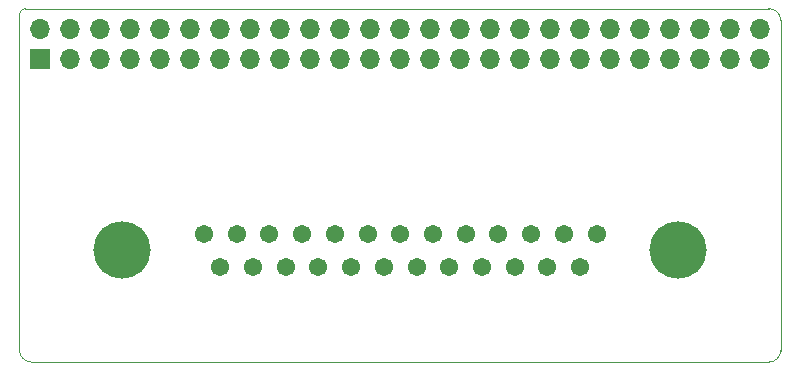
<source format=gbr>
%TF.GenerationSoftware,KiCad,Pcbnew,(5.1.9-16-g1737927814)-1*%
%TF.CreationDate,2021-06-02T15:54:43-05:00*%
%TF.ProjectId,loopback_tester,6c6f6f70-6261-4636-9b5f-746573746572,rev?*%
%TF.SameCoordinates,PX59d60c0PY325aa00*%
%TF.FileFunction,Soldermask,Bot*%
%TF.FilePolarity,Negative*%
%FSLAX46Y46*%
G04 Gerber Fmt 4.6, Leading zero omitted, Abs format (unit mm)*
G04 Created by KiCad (PCBNEW (5.1.9-16-g1737927814)-1) date 2021-06-02 15:54:43*
%MOMM*%
%LPD*%
G01*
G04 APERTURE LIST*
%TA.AperFunction,Profile*%
%ADD10C,0.050000*%
%TD*%
%ADD11O,1.700000X1.700000*%
%ADD12R,1.700000X1.700000*%
%ADD13C,4.845000*%
%ADD14C,1.545000*%
G04 APERTURE END LIST*
D10*
X144052000Y-45696000D02*
G75*
G03*
X145012000Y-44736000I0J960000D01*
G01*
X81552000Y-45696000D02*
X144052000Y-45696000D01*
X81552000Y-45696800D02*
G75*
G02*
X80552000Y-44736000I0J1000800D01*
G01*
X80552000Y-16288000D02*
X80552000Y-44736000D01*
X145012000Y-16780000D02*
X145012000Y-44736000D01*
X81060000Y-15780000D02*
X144012000Y-15780000D01*
X80552000Y-16288000D02*
G75*
G02*
X81060000Y-15780000I508000J0D01*
G01*
X144012000Y-15780000D02*
G75*
G02*
X145012000Y-16780000I0J-1000000D01*
G01*
D11*
%TO.C,J2*%
X143226500Y-17494500D03*
X143226500Y-20034500D03*
X140686500Y-17494500D03*
X140686500Y-20034500D03*
X138146500Y-17494500D03*
X138146500Y-20034500D03*
X135606500Y-17494500D03*
X135606500Y-20034500D03*
X133066500Y-17494500D03*
X133066500Y-20034500D03*
X130526500Y-17494500D03*
X130526500Y-20034500D03*
X127986500Y-17494500D03*
X127986500Y-20034500D03*
X125446500Y-17494500D03*
X125446500Y-20034500D03*
X122906500Y-17494500D03*
X122906500Y-20034500D03*
X120366500Y-17494500D03*
X120366500Y-20034500D03*
X117826500Y-17494500D03*
X117826500Y-20034500D03*
X115286500Y-17494500D03*
X115286500Y-20034500D03*
X112746500Y-17494500D03*
X112746500Y-20034500D03*
X110206500Y-17494500D03*
X110206500Y-20034500D03*
X107666500Y-17494500D03*
X107666500Y-20034500D03*
X105126500Y-17494500D03*
X105126500Y-20034500D03*
X102586500Y-17494500D03*
X102586500Y-20034500D03*
X100046500Y-17494500D03*
X100046500Y-20034500D03*
X97506500Y-17494500D03*
X97506500Y-20034500D03*
X94966500Y-17494500D03*
X94966500Y-20034500D03*
X92426500Y-17494500D03*
X92426500Y-20034500D03*
X89886500Y-17494500D03*
X89886500Y-20034500D03*
X87346500Y-17494500D03*
X87346500Y-20034500D03*
X84806500Y-17494500D03*
X84806500Y-20034500D03*
X82266500Y-17494500D03*
D12*
X82266500Y-20034500D03*
%TD*%
D13*
%TO.C,J1*%
X89281600Y-36250000D03*
X136321600Y-36250000D03*
D14*
X97566600Y-37670000D03*
X100336600Y-37670000D03*
X103106600Y-37670000D03*
X105876600Y-37670000D03*
X108646600Y-37670000D03*
X111416600Y-37670000D03*
X114186600Y-37670000D03*
X116956600Y-37670000D03*
X119726600Y-37670000D03*
X122496600Y-37670000D03*
X125266600Y-37670000D03*
X128036600Y-37670000D03*
X96181600Y-34830000D03*
X98951600Y-34830000D03*
X101721600Y-34830000D03*
X104491600Y-34830000D03*
X107261600Y-34830000D03*
X110031600Y-34830000D03*
X112801600Y-34830000D03*
X115571600Y-34830000D03*
X118341600Y-34830000D03*
X121111600Y-34830000D03*
X123881600Y-34830000D03*
X126651600Y-34830000D03*
X129421600Y-34830000D03*
%TD*%
M02*

</source>
